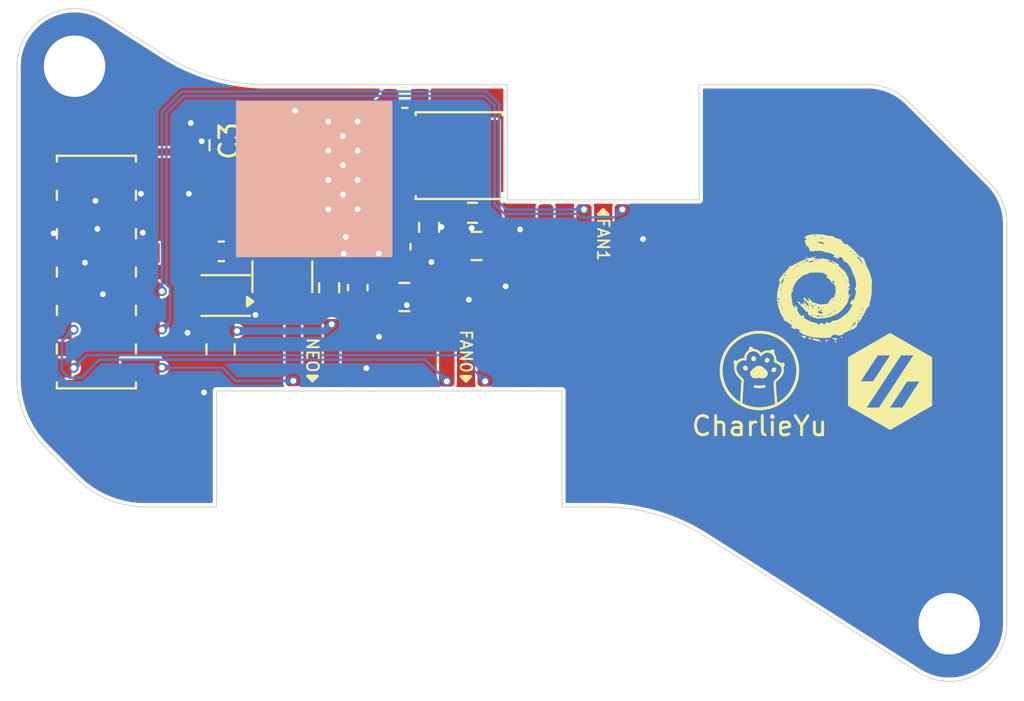
<source format=kicad_pcb>
(kicad_pcb (version 20240108) (generator "pcbnew") (generator_version "8.0")
  (title_block (title "StealthBurner CAN Fan") (date "2024-12-12") (rev "B0") (company "Lassi-Cat") (comment 1 "Author: Charlie Yu") (comment 4 "Fan board for StealthBurner"))
  (layers (0 "F.Cu" signal) (31 "B.Cu" signal) (34 "B.Paste" user) (35 "F.Paste" user) (36 "B.SilkS" user "B.Silkscreen") (37 "F.SilkS" user "F.Silkscreen") (38 "B.Mask" user) (39 "F.Mask" user) (44 "Edge.Cuts" user))
  (net 0 "")
  (net 1 "Net-(U1-SW)")
  (net 2 "+24V")
  (net 3 "+12V")
  (net 4 "/FAN0_DET")
  (net 5 "/FAN0_PWM")
  (net 6 "/FAN1_PWM")
  (net 7 "/FAN1_DET")
  (net 8 "/NEO")
  (net 9 "GND")
  (net 10 "+3V3")
  (net 13 "Net-(U1-EN)")
  (net 14 "Net-(U1-BOOT)")
  (net 15 "Net-(U1-VCC)")
  (net 16 "Net-(U1-FB)")
  (net 18 "Net-(U2-SW)")
  (net 19 "Net-(U2-VBST)")
  (net 20 "Net-(U2-EN)")
  (net 21 "Net-(U2-VFB)")
  (footprint "Resistor_SMD:R_0603_1608Metric" (layer "F.Cu") (at 165.94 78.84)
    (property "Reference" "R2" (hide yes))
    (property "Value" "100K" (hide yes))
    (pad "1" smd roundrect (at -0.825 0) (size 0.8 0.95) (layers "F.Cu" "F.Paste" "F.Mask") (net 16 "Net-(U1-FB)"))
    (pad "2" smd roundrect (at 0.825 0) (size 0.8 0.95) (layers "F.Cu" "F.Paste" "F.Mask") (net 3 "+12V"))
  )
  (footprint "Inductor_SMD:L_Sunlord_SWPA4030S" (layer "F.Cu") (at 165.24 75.86)
    (property "Reference" "L1" (hide yes))
    (property "Value" "10uH" (hide yes))
    (pad "1" smd rect (at -1.5 0) (size 1.1 3.7) (layers "F.Cu" "F.Paste" "F.Mask") (net 1 "Net-(U1-SW)"))
    (pad "2" smd rect (at 1.5 0) (size 1.1 3.7) (layers "F.Cu" "F.Paste" "F.Mask") (net 3 "+12V"))
  )
  (footprint "Resistor_SMD:R_0603_1608Metric" (layer "F.Cu") (at 163.68 79.6 -90)
    (property "Reference" "R3" (hide yes))
    (property "Value" "9.09K" (hide yes))
    (pad "1" smd roundrect (at -0.825 0 270) (size 0.8 0.95) (layers "F.Cu" "F.Paste" "F.Mask") (net 16 "Net-(U1-FB)"))
    (pad "2" smd roundrect (at 0.825 0 270) (size 0.8 0.95) (layers "F.Cu" "F.Paste" "F.Mask") (net 9 "GND"))
  )
  (footprint "MountingHole:MountingHole_3.2mm_M3_ISO14580_Pad" (layer "F.Cu") (at 145.2 71.2)
    (property "Reference" "H1" (hide yes))
    (property "Value" "M3" (hide yes))
    (pad "1" thru_hole circle (at 0 0) (size 5.5 5.5) (drill 3.2) (layers "*.Cu" "*.Mask") (net 9 "GND"))
  )
  (footprint "Library:JST_PH_B4B-PH-K_1x04_P2.00mm_SMD" (layer "F.Cu") (at 165.6 94.122727 180)
    (property "Reference" "J2" (hide yes))
    (property "Value" "FAN1" (hide yes))
    (fp_line (start -5 6) (end 5 6) (stroke (width 0.05)) (layer "Edge.Cuts"))
    (pad "1" smd roundrect (at -3 7.9756 180) (size 0.8 3.5) (layers "F.Cu" "F.Paste" "F.Mask") (net 3 "+12V"))
    (pad "2" smd roundrect (at -1 7.9756 180) (size 0.8 3.5) (layers "F.Cu" "F.Paste" "F.Mask") (net 4 "/FAN0_DET"))
    (pad "3" smd roundrect (at 1 7.9756 180) (size 0.8 3.5) (layers "F.Cu" "F.Paste" "F.Mask") (net 5 "/FAN0_PWM"))
    (pad "4" smd roundrect (at 3 7.9756 180) (size 0.8 3.5) (layers "F.Cu" "F.Paste" "F.Mask") (net 9 "GND"))
  )
  (footprint "Package_TO_SOT_SMD:SOT-23-6" (layer "F.Cu") (at 156.03 82.17 90)
    (property "Reference" "U2" (hide yes))
    (property "Value" "TPS565208")
    (pad "1" smd roundrect (at -1.1375 -0.949999 90) (size 1.325 0.6) (layers "F.Cu" "F.Paste" "F.Mask") (net 9 "GND"))
    (pad "2" smd roundrect (at -1.1375 0 90) (size 1.325 0.6) (layers "F.Cu" "F.Paste" "F.Mask") (net 18 "Net-(U2-SW)"))
    (pad "3" smd roundrect (at -1.1375 0.949999 90) (size 1.325 0.6) (layers "F.Cu" "F.Paste" "F.Mask") (net 3 "+12V"))
    (pad "4" smd roundrect (at 1.1375 0.949999 90) (size 1.325 0.6) (layers "F.Cu" "F.Paste" "F.Mask") (net 21 "Net-(U2-VFB)"))
    (pad "5" smd roundrect (at 1.1375 0 90) (size 1.325 0.6) (layers "F.Cu" "F.Paste" "F.Mask") (net 20 "Net-(U2-EN)"))
    (pad "6" smd roundrect (at 1.1375 -0.949999 90) (size 1.325 0.6) (layers "F.Cu" "F.Paste" "F.Mask") (net 19 "Net-(U2-VBST)"))
  )
  (footprint "Capacitor_SMD:C_0603_1608Metric" (layer "F.Cu") (at 162.415 72.86)
    (property "Reference" "C1" (hide yes))
    (property "Value" "100nF" (hide yes))
    (pad "1" smd roundrect (at -0.775 0) (size 0.9 0.95) (layers "F.Cu" "F.Paste" "F.Mask") (net 14 "Net-(U1-BOOT)"))
    (pad "2" smd roundrect (at 0.775 0) (size 0.9 0.95) (layers "F.Cu" "F.Paste" "F.Mask") (net 1 "Net-(U1-SW)"))
  )
  (footprint "Capacitor_SMD:C_0603_1608Metric" (layer "F.Cu") (at 152.85 80.85 180)
    (property "Reference" "C6" (hide yes))
    (property "Value" "100nF")
    (pad "1" smd roundrect (at -0.775 0 180) (size 0.9 0.95) (layers "F.Cu" "F.Paste" "F.Mask") (net 19 "Net-(U2-VBST)"))
    (pad "2" smd roundrect (at 0.775 0 180) (size 0.9 0.95) (layers "F.Cu" "F.Paste" "F.Mask") (net 18 "Net-(U2-SW)"))
  )
  (footprint "Resistor_SMD:R_0603_1608Metric" (layer "F.Cu") (at 153.95 77.75)
    (property "Reference" "R1" (hide yes))
    (property "Value" "10K" (hide yes))
    (pad "1" smd roundrect (at -0.825 0) (size 0.8 0.95) (layers "F.Cu" "F.Paste" "F.Mask") (net 2 "+24V"))
    (pad "2" smd roundrect (at 0.825 0) (size 0.8 0.95) (layers "F.Cu" "F.Paste" "F.Mask") (net 13 "Net-(U1-EN)"))
  )
  (footprint "Resistor_SMD:R_0603_1608Metric" (layer "F.Cu") (at 159.24 79.9)
    (property "Reference" "R6" (at 0 -1.43 0) (layer "F.SilkS"))
    (property "Value" "10K")
    (pad "1" smd roundrect (at -0.825 0) (size 0.8 0.95) (layers "F.Cu" "F.Paste" "F.Mask") (net 21 "Net-(U2-VFB)"))
    (pad "2" smd roundrect (at 0.825 0) (size 0.8 0.95) (layers "F.Cu" "F.Paste" "F.Mask") (net 9 "GND"))
  )
  (footprint "Library:JST_PH_B3B-PH-K_1x03_P2.00mm_SMD" (layer "F.Cu") (at 156.6 94.122727 180)
    (property "Reference" "J3" (hide yes))
    (property "Value" "NEO" (hide yes))
    (fp_line (start -4 6) (end 4 6) (stroke (width 0.05)) (layer "Edge.Cuts"))
    (pad "1" smd roundrect (at -2 7.996 180) (size 0.8 3.5) (layers "F.Cu" "F.Paste" "F.Mask") (net 10 "+3V3"))
    (pad "2" smd roundrect (at 0 7.996 180) (size 0.8 3.5) (layers "F.Cu" "F.Paste" "F.Mask") (net 8 "/NEO"))
    (pad "3" smd roundrect (at 2 7.996 180) (size 0.8 3.5) (layers "F.Cu" "F.Paste" "F.Mask") (net 9 "GND"))
  )
  (footprint "Resistor_SMD:R_0603_1608Metric" (layer "F.Cu") (at 153.94 79.36 180)
    (property "Reference" "R5" (hide yes))
    (property "Value" "39K")
    (pad "1" smd roundrect (at -0.825 0 180) (size 0.8 0.95) (layers "F.Cu" "F.Paste" "F.Mask") (net 21 "Net-(U2-VFB)"))
    (pad "2" smd roundrect (at 0.825 0 180) (size 0.8 0.95) (layers "F.Cu" "F.Paste" "F.Mask") (net 10 "+3V3"))
  )
  (footprint "Inductor_SMD:L_Murata_DFE201610P" (layer "F.Cu") (at 153.08 83.15 180)
    (property "Reference" "L2" (hide yes))
    (property "Value" "2.2uH")
    (pad "1" smd rect (at -0.724999 0 180) (size 0.55 1.6) (layers "F.Cu" "F.Paste" "F.Mask") (net 18 "Net-(U2-SW)"))
    (pad "2" smd rect (at 0.724999 0 180) (size 0.55 1.6) (layers "F.Cu" "F.Paste" "F.Mask") (net 10 "+3V3"))
  )
  (footprint "Logos:Progynova" (layer "F.Cu") (at 184.28 82.74)
    (property "Reference" "REF**" (hide yes))
    (property "Value" "LOGO" (hide yes))
  )
  (footprint "Capacitor_SMD:C_0603_1608Metric" (layer "F.Cu") (at 159.96 82.74 90)
    (property "Reference" "C8" (hide yes))
    (property "Value" "100nF")
    (pad "1" smd roundrect (at -0.775 0 90) (size 0.9 0.95) (layers "F.Cu" "F.Paste" "F.Mask") (net 3 "+12V"))
    (pad "2" smd roundrect (at 0.775 0 90) (size 0.9 0.95) (layers "F.Cu" "F.Paste" "F.Mask") (net 9 "GND"))
  )
  (footprint "Resistor_SMD:R_0603_1608Metric" (layer "F.Cu") (at 158.47 82.745 90)
    (property "Reference" "R4" (hide yes))
    (property "Value" "10K")
    (pad "1" smd roundrect (at -0.825 0 90) (size 0.8 0.95) (layers "F.Cu" "F.Paste" "F.Mask") (net 3 "+12V"))
    (pad "2" smd roundrect (at 0.825 0 90) (size 0.8 0.95) (layers "F.Cu" "F.Paste" "F.Mask") (net 20 "Net-(U2-EN)"))
  )
  (footprint "Capacitor_SMD:C_0805_2012Metric" (layer "F.Cu") (at 152.81 85.95 -90)
    (property "Reference" "C9" (hide yes))
    (property "Value" "22uF")
    (pad "1" smd roundrect (at -0.949999 0 270) (size 1 1.45) (layers "F.Cu" "F.Paste" "F.Mask") (net 10 "+3V3"))
    (pad "2" smd roundrect (at 0.949999 0 270) (size 1 1.45) (layers "F.Cu" "F.Paste" "F.Mask") (net 9 "GND"))
  )
  (footprint "Library:JST_PH_B4B-PH-K_1x04_P2.00mm_SMD" (layer "F.Cu") (at 172.75 72.164)
    (property "Reference" "J1" (hide yes))
    (property "Value" "FAN0" (hide yes))
    (fp_line (start -5 6) (end 5 6) (stroke (width 0.05)) (layer "Edge.Cuts"))
    (pad "1" smd roundrect (at -3 7.9756) (size 0.8 3.5) (layers "F.Cu" "F.Paste" "F.Mask") (net 3 "+12V"))
    (pad "2" smd roundrect (at -1 7.9756) (size 0.8 3.5) (layers "F.Cu" "F.Paste" "F.Mask") (net 7 "/FAN1_DET"))
    (pad "3" smd roundrect (at 1 7.9756) (size 0.8 3.5) (layers "F.Cu" "F.Paste" "F.Mask") (net 6 "/FAN1_PWM"))
    (pad "4" smd roundrect (at 3 7.9756) (size 0.8 3.5) (layers "F.Cu" "F.Paste" "F.Mask") (net 9 "GND"))
  )
  (footprint "Logos:Voron_Logo_Hex" (layer "F.Cu") (at 187.7 87.63)
    (property "Reference" "REF**" (hide yes))
    (property "Value" "Voron Hex" (hide yes))
  )
  (footprint "Library:PinSocket_2x06_P2.00mm_Vertical_SMD" (layer "F.Cu") (at 146.341 81.929 180)
    (property "Reference" "J4" (hide yes))
    (property "Value" "MAIN" (hide yes))
    (pad "1" smd rect (at 2.3 -5 180) (size 2 1) (layers "F.Cu" "F.Paste" "F.Mask") (net 4 "/FAN0_DET"))
    (pad "2" smd rect (at -2.3 -5 180) (size 2 1) (layers "F.Cu" "F.Paste" "F.Mask") (net 8 "/NEO"))
    (pad "3" smd rect (at 2.3 -3 180) (size 2 1) (layers "F.Cu" "F.Paste" "F.Mask") (net 5 "/FAN0_PWM"))
    (pad "4" smd rect (at -2.3 -3 180) (size 2 1) (layers "F.Cu" "F.Paste" "F.Mask") (net 6 "/FAN1_PWM"))
    (pad "5" smd rect (at 2.3 -1 180) (size 2 1) (layers "F.Cu" "F.Paste" "F.Mask"))
    (pad "6" smd rect (at -2.3 -1 180) (size 2 1) (layers "F.Cu" "F.Paste" "F.Mask") (net 7 "/FAN1_DET"))
    (pad "7" smd rect (at 2.3 1 180) (size 2 1) (layers "F.Cu" "F.Paste" "F.Mask"))
    (pad "8" smd rect (at -2.3 1 180) (size 2 1) (layers "F.Cu" "F.Paste" "F.Mask"))
    (pad "9" smd rect (at 2.3 3 180) (size 2 1) (layers "F.Cu" "F.Paste" "F.Mask") (net 9 "GND"))
    (pad "10" smd rect (at -2.3 3 180) (size 2 1) (layers "F.Cu" "F.Paste" "F.Mask") (net 9 "GND"))
    (pad "11" smd rect (at 2.3 5 180) (size 2 1) (layers "F.Cu" "F.Paste" "F.Mask") (net 2 "+24V"))
    (pad "12" smd rect (at -2.3 5 180) (size 2 1) (layers "F.Cu" "F.Paste" "F.Mask") (net 9 "GND"))
  )
  (footprint "MountingHole:MountingHole_3.2mm_M3_ISO14580_Pad" (layer "F.Cu") (at 190.78 100.258)
    (property "Reference" "H2" (hide yes))
    (property "Value" "M3" (hide yes))
    (pad "1" thru_hole circle (at 0 0) (size 5.5 5.5) (drill 3.2) (layers "*.Cu" "*.Mask") (net 9 "GND"))
  )
  (footprint "Capacitor_SMD:C_0805_2012Metric" (layer "F.Cu") (at 166.150001 80.57 180)
    (property "Reference" "C4" (hide yes))
    (property "Value" "22uF")
    (pad "1" smd roundrect (at -0.949999 0 180) (size 1 1.45) (layers "F.Cu" "F.Paste" "F.Mask") (net 3 "+12V"))
    (pad "2" smd roundrect (at 0.949999 0 180) (size 1 1.45) (layers "F.Cu" "F.Paste" "F.Mask") (net 9 "GND"))
  )
  (footprint "Capacitor_SMD:C_0805_2012Metric" (layer "F.Cu") (at 162.39 83.23)
    (property "Reference" "C7" (hide yes))
    (property "Value" "10uF")
    (pad "1" smd roundrect (at -0.949999 0) (size 1 1.45) (layers "F.Cu" "F.Paste" "F.Mask") (net 3 "+12V"))
    (pad "2" smd roundrect (at 0.949999 0) (size 1 1.45) (layers "F.Cu" "F.Paste" "F.Mask") (net 9 "GND"))
  )
  (footprint "Logos:charlieyu" (layer "F.Cu") (at 180.9 87.06)
    (property "Reference" "RFF**" (hide yes))
    (property "Value" "CharlieYu" (hide yes))
    (fp_text user "CharlieYu" (at 0 2.31 0) (layer "F.SilkS") (effects (justify top)))
  )
  (footprint "Capacitor_SMD:C_0805_2012Metric" (layer "F.Cu") (at 152.97 75.32 90)
    (property "Reference" "C2" (hide yes))
    (property "Value" "4.7uF" (hide yes))
    (pad "1" smd roundrect (at -0.95 0 90) (size 1 1.45) (layers "F.Cu" "F.Paste" "F.Mask") (net 2 "+24V"))
    (pad "2" smd roundrect (at 0.95 0 90) (size 1 1.45) (layers "F.Cu" "F.Paste" "F.Mask") (net 9 "GND"))
  )
  (footprint "Capacitor_SMD:C_0603_1608Metric" (layer "F.Cu") (at 162.2 80.61 -90)
    (property "Reference" "C5" (hide yes))
    (property "Value" "1uF")
    (pad "1" smd roundrect (at -0.775 0 270) (size 0.9 0.95) (layers "F.Cu" "F.Paste" "F.Mask") (net 15 "Net-(U1-VCC)"))
    (pad "2" smd roundrect (at 0.775 0 270) (size 0.9 0.95) (layers "F.Cu" "F.Paste" "F.Mask") (net 9 "GND"))
  )
  (footprint "Capacitor_SMD:C_0603_1608Metric" (layer "F.Cu") (at 154.69 75.095 90)
    (property "Reference" "C3" (at 0 -1.43 90) (layer "F.SilkS"))
    (property "Value" "220nF")
    (pad "1" smd roundrect (at -0.775 0 90) (size 0.9 0.95) (layers "F.Cu" "F.Paste" "F.Mask") (net 2 "+24V"))
    (pad "2" smd roundrect (at 0.775 0 90) (size 0.9 0.95) (layers "F.Cu" "F.Paste" "F.Mask") (net 9 "GND"))
  )
  (footprint "Package_SO:Texas_HSOP-8-1EP_3.9x4.9mm_P1.27mm" (layer "F.Cu") (at 159.19 76.365)
    (property "Reference" "U1" (hide yes))
    (property "Value" "LMR33610BDDAR" (hide yes))
    (pad "1" smd rect (at -2.7 -1.905) (size 1.55 0.6) (layers "F.Cu" "F.Paste" "F.Mask") (net 9 "GND"))
    (pad "2" smd rect (at -2.7 -0.635) (size 1.55 0.6) (layers "F.Cu" "F.Paste" "F.Mask") (net 2 "+24V"))
    (pad "3" smd rect (at -2.7 0.635) (size 1.55 0.6) (layers "F.Cu" "F.Paste" "F.Mask") (net 13 "Net-(U1-EN)"))
    (pad "4" smd rect (at -2.7 1.905) (size 1.55 0.6) (layers "F.Cu" "F.Paste" "F.Mask"))
    (pad "5" smd rect (at 2.7 1.905) (size 1.55 0.6) (layers "F.Cu" "F.Paste" "F.Mask") (net 16 "Net-(U1-FB)"))
    (pad "6" smd rect (at 2.7 0.635) (size 1.55 0.6) (layers "F.Cu" "F.Paste" "F.Mask") (net 15 "Net-(U1-VCC)"))
    (pad "7" smd rect (at 2.7 -0.635) (size 1.55 0.6) (layers "F.Cu" "F.Paste" "F.Mask") (net 14 "Net-(U1-BOOT)"))
    (pad "8" smd rect (at 2.7 -1.905) (size 1.55 0.6) (layers "F.Cu" "F.Paste" "F.Mask") (net 1 "Net-(U1-SW)"))
    (pad "9" smd rect (at 0 0) (size 2.95 4.9) (layers "F.Cu") (net 9 "GND"))
  )
  (gr_rect (start 153.69 73.08) (end 161.69 81.08) (stroke (width 0.15)) (fill solid) (layer "B.SilkS"))
  (gr_poly (pts (xy 157.854001 87.346) (xy 157.6 87.6) (xy 157.345999 87.346)) (stroke (width 0.15)) (fill solid) (layer "F.SilkS"))
  (gr_poly (pts (xy 165.854001 87.3664) (xy 165.6 87.6204) (xy 165.345999 87.3664)) (stroke (width 0.15)) (fill solid) (layer "F.SilkS"))
  (gr_poly (pts (xy 172.495999 78.920327) (xy 172.75 78.666327) (xy 173.004001 78.920327)) (stroke (width 0.15)) (fill solid) (layer "F.SilkS"))
  (gr_line (start 170.6 88.122727) (end 170.6 94.164009) (stroke (width 0.05)) (layer "Edge.Cuts"))
  (gr_line (start 143.663788 91.041777) (end 145.322689 92.701679) (stroke (width 0.05)) (layer "Edge.Cuts"))
  (gr_line (start 193.78 100.222238) (end 193.78 79.352514) (stroke (width 0.05)) (layer "Edge.Cuts"))
  (gr_line (start 177.75017 72.16402) (end 186.551112 72.16402) (stroke (width 0.05)) (layer "Edge.Cuts"))
  (gr_line (start 142.20001 87.5063) (end 142.20001 71.199957) (stroke (width 0.05)) (layer "Edge.Cuts"))
  (gr_arc (start 155.21 72.164) (mid 152.410034 71.76401) (end 149.834204 70.59613) (stroke (width 0.05)) (layer "Edge.Cuts"))
  (gr_line (start 178.09989 95.731789) (end 189.168235 102.788009) (stroke (width 0.05)) (layer "Edge.Cuts"))
  (gr_arc (start 192.869312 77.252319) (mid 193.552383 78.25877) (end 193.78 79.352514) (stroke (width 0.05)) (layer "Edge.Cuts"))
  (gr_line (start 177.75017 78.16402) (end 177.75017 72.16402) (stroke (width 0.05)) (layer "Edge.Cuts"))
  (gr_line (start 148.8586 94.164) (end 152.6 94.164) (stroke (width 0.05)) (layer "Edge.Cuts"))
  (gr_arc (start 143.663788 91.041777) (mid 142.581855 89.423134) (end 142.199971 87.5063) (stroke (width 0.05)) (layer "Edge.Cuts"))
  (gr_line (start 167.75 72.164) (end 167.75 78.164) (stroke (width 0.05)) (layer "Edge.Cuts"))
  (gr_arc (start 142.20001 71.199957) (mid 143.752476 68.572018) (end 146.803565 68.663985) (stroke (width 0.05)) (layer "Edge.Cuts"))
  (gr_arc (start 172.724235 94.164009) (mid 175.524039 94.563952) (end 178.09989 95.731789) (stroke (width 0.05)) (layer "Edge.Cuts"))
  (gr_arc (start 148.8586 94.164) (mid 146.944306 93.783536) (end 145.322689 92.701679) (stroke (width 0.05)) (layer "Edge.Cuts"))
  (gr_line (start 152.6 88.122727) (end 152.6 94.164) (stroke (width 0.05)) (layer "Edge.Cuts"))
  (gr_line (start 149.834204 70.59613) (end 146.803565 68.663985) (stroke (width 0.05)) (layer "Edge.Cuts"))
  (gr_arc (start 186.551112 72.16402) (mid 187.692183 72.39457) (end 188.659 73.043) (stroke (width 0.05)) (layer "Edge.Cuts"))
  (gr_line (start 155.21 72.164) (end 167.75 72.164) (stroke (width 0.05)) (layer "Edge.Cuts"))
  (gr_line (start 170.6 94.164009) (end 172.724235 94.164009) (stroke (width 0.05)) (layer "Edge.Cuts"))
  (gr_line (start 192.869312 77.252319) (end 188.659 73.043) (stroke (width 0.05)) (layer "Edge.Cuts"))
  (gr_arc (start 193.78 100.222238) (mid 192.239152 102.88021) (end 189.168235 102.788009) (stroke (width 0.05)) (layer "Edge.Cuts"))
  (gr_text "NEO" (at 157.6 87.219 270) (layer "F.SilkS") (effects (font (size 0.6 0.6) (thickness 0.1) (bold yes)) (justify right)))
  (gr_text "FAN1" (at 172.75 79.047327 -90) (layer "F.SilkS") (effects (font (size 0.6 0.6) (thickness 0.1) (bold yes)) (justify left)))
  (gr_text "FAN0" (at 165.6 87.2394 270) (layer "F.SilkS") (effects (font (size 0.6 0.6) (thickness 0.1) (bold yes)) (justify right)))
  (segment (start 145.491 76.929) (end 146.75 75.67) (width 0.381) (layer "F.Cu") (net 2))
  (segment (start 146.75 75.67) (end 150.57 75.67) (width 0.381) (layer "F.Cu") (net 2))
  (segment (start 151.17 76.27) (end 152.97 76.27) (width 0.381) (layer "F.Cu") (net 2))
  (segment (start 144.041 76.929) (end 145.491 76.929) (width 0.381) (layer "F.Cu") (net 2))
  (segment (start 150.57 75.67) (end 151.17 76.27) (width 0.381) (layer "F.Cu") (net 2))
  (segment (start 167.1 80.57) (end 169.75 80.57) (width 0.381) (layer "F.Cu") (net 3))
  (segment (start 165.4571 82.2129) (end 167.1 80.57) (width 0.381) (layer "F.Cu") (net 3))
  (segment (start 161.440001 83.23) (end 162.457101 82.2129) (width 0.381) (layer "F.Cu") (net 3))
  (segment (start 168.6 83.4) (end 169.75 82.25) (width 0.381) (layer "F.Cu") (net 3))
  (segment (start 168.6 86.147127) (end 168.6 83.4) (width 0.381) (layer "F.Cu") (net 3))
  (segment (start 169.75 82.25) (end 169.75 80.1396) (width 0.381) (layer "F.Cu") (net 3))
  (segment (start 162.457101 82.2129) (end 165.4571 82.2129) (width 0.381) (layer "F.Cu") (net 3))
  (segment (start 144.041 86.929) (end 145.159 86.929) (width 0.127) (layer "F.Cu") (net 4))
  (via (at 145.159 86.929) (size 0.5) (drill 0.3) (layers "F.Cu" "B.Cu") (net 4))
  (via (at 166.6 87.6204) (size 0.5) (drill 0.3) (layers "F.Cu" "B.Cu") (net 4))
  (segment (start 145.159 86.929) (end 145.8227 86.2653) (width 0.127) (layer "B.Cu") (net 4))
  (segment (start 165.2449 86.2653) (end 166.6 87.6204) (width 0.127) (layer "B.Cu") (net 4))
  (segment (start 145.8227 86.2653) (end 165.2449 86.2653) (width 0.127) (layer "B.Cu") (net 4))
  (segment (start 144.041 84.929) (end 145.159 84.929) (width 0.127) (layer "F.Cu") (net 5))
  (via (at 145.159 84.929) (size 0.5) (drill 0.3) (layers "F.Cu" "B.Cu") (net 5))
  (via (at 164.6 87.6204) (size 0.5) (drill 0.3) (layers "F.Cu" "B.Cu") (net 5))
  (segment (start 163.4735 86.4939) (end 164.6 87.6204) (width 0.127) (layer "B.Cu") (net 5))
  (segment (start 145.159 84.929) (end 144.54 85.548) (width 0.127) (layer "B.Cu") (net 5))
  (segment (start 144.54 87.05) (end 144.92 87.43) (width 0.127) (layer "B.Cu") (net 5))
  (segment (start 145.56 87.43) (end 146.4961 86.4939) (width 0.127) (layer "B.Cu") (net 5))
  (segment (start 146.4961 86.4939) (end 163.4735 86.4939) (width 0.127) (layer "B.Cu") (net 5))
  (segment (start 144.54 85.548) (end 144.54 87.05) (width 0.127) (layer "B.Cu") (net 5))
  (segment (start 144.92 87.43) (end 145.56 87.43) (width 0.127) (layer "B.Cu") (net 5))
  (segment (start 148.641 84.929) (end 149.759 84.929) (width 0.127) (layer "F.Cu") (net 6))
  (via (at 149.759 84.929) (size 0.5) (drill 0.3) (layers "F.Cu" "B.Cu") (net 6))
  (via (at 173.75 78.666327) (size 0.5) (drill 0.3) (layers "F.Cu" "B.Cu") (net 6))
  (segment (start 171.391559 78.894927) (end 171.578059 79.081427) (width 0.127) (layer "B.Cu") (net 6))
  (segment (start 149.9876 73.65569) (end 150.89469 72.7486) (width 0.127) (layer "B.Cu") (net 6))
  (segment (start 167.601637 78.894927) (end 171.391559 78.894927) (width 0.127) (layer "B.Cu") (net 6))
  (segment (start 167.1014 73.26469) (end 167.1014 78.39469) (width 0.127) (layer "B.Cu") (net 6))
  (segment (start 171.578059 79.081427) (end 173.3349 79.081427) (width 0.127) (layer "B.Cu") (net 6))
  (segment (start 150.1741 82.757059) (end 149.9876 82.570559) (width 0.127) (layer "B.Cu") (net 6))
  (segment (start 167.1014 78.39469) (end 167.601637 78.894927) (width 0.127) (layer "B.Cu") (net 6))
  (segment (start 150.89469 72.7486) (end 166.58531 72.7486) (width 0.127) (layer "B.Cu") (net 6))
  (segment (start 149.759 84.929) (end 150.1741 84.5139) (width 0.127) (layer "B.Cu") (net 6))
  (segment (start 173.3349 79.081427) (end 173.75 78.666327) (width 0.127) (layer "B.Cu") (net 6))
  (segment (start 149.9876 82.570559) (end 149.9876 73.65569) (width 0.127) (layer "B.Cu") (net 6))
  (segment (start 150.1741 84.5139) (end 150.1741 82.757059) (width 0.127) (layer "B.Cu") (net 6))
  (segment (start 166.58531 72.7486) (end 167.1014 73.26469) (width 0.127) (layer "B.Cu") (net 6))
  (segment (start 148.641 82.929) (end 149.759 82.929) (width 0.127) (layer "F.Cu") (net 7))
  (via (at 171.75 78.666327) (size 0.5) (drill 0.3) (layers "F.Cu" "B.Cu") (net 7))
  (via (at 149.759 82.929) (size 0.5) (drill 0.3) (layers "F.Cu" "B.Cu") (net 7))
  (segment (start 149.759 82.929) (end 149.759 73.561) (width 0.127) (layer "B.Cu") (net 7))
  (segment (start 150.8 72.52) (end 166.68 72.52) (width 0.127) (layer "B.Cu") (net 7))
  (segment (start 167.33 73.17) (end 167.33 78.3) (width 0.127) (layer "B.Cu") (net 7))
  (segment (start 166.68 72.52) (end 167.33 73.17) (width 0.127) (layer "B.Cu") (net 7))
  (segment (start 167.33 78.3) (end 167.696327 78.666327) (width 0.127) (layer "B.Cu") (net 7))
  (segment (start 167.696327 78.666327) (end 171.75 78.666327) (width 0.127) (layer "B.Cu") (net 7))
  (segment (start 149.759 73.561) (end 150.8 72.52) (width 0.127) (layer "B.Cu") (net 7))
  (segment (start 148.641 86.909) (end 149.759 86.909) (width 0.127) (layer "F.Cu") (net 8))
  (via (at 149.759 86.909) (size 0.5) (drill 0.3) (layers "F.Cu" "B.Cu") (net 8))
  (via (at 156.6 87.6) (size 0.5) (drill 0.3) (layers "F.Cu" "B.Cu") (net 8))
  (segment (start 149.759 86.909) (end 152.909 86.909) (width 0.127) (layer "B.Cu") (net 8))
  (segment (start 153.6 87.6) (end 156.6 87.6) (width 0.127) (layer "B.Cu") (net 8))
  (segment (start 152.909 86.909) (end 153.6 87.6) (width 0.127) (layer "B.Cu") (net 8))
  (via (at 145.74 81.44) (size 0.5) (drill 0.3) (layers "F.Cu" "B.Cu") (net 9))
  (via (at 159.22 80.97) (size 0.5) (drill 0.3) (layers "F.Cu" "B.Cu") (net 9))
  (via (at 151.16 77.85) (size 0.5) (drill 0.3) (layers "F.Cu" "B.Cu") (net 9))
  (via (at 162.52 83.65) (size 0.5) (drill 0.3) (layers "F.Cu" "B.Cu") (net 9))
  (via (at 159.952 74.079) (size 0.5) (drill 0.3) (layers "F.Cu" "B.Cu") (net 9))
  (via (at 158.428 74.079) (size 0.5) (drill 0.3) (layers "F.Cu" "B.Cu") (net 9))
  (via (at 159.952 77.127) (size 0.5) (drill 0.3) (layers "F.Cu" "B.Cu") (net 9))
  (via (at 156.69 73.52) (size 0.5) (drill 0.3) (layers "F.Cu" "B.Cu") (net 9))
  (via (at 158.428 77.127) (size 0.5) (drill 0.3) (layers "F.Cu" "B.Cu") (net 9))
  (via (at 168.42 79.71) (size 0.5) (drill 0.3) (layers "F.Cu" "B.Cu") (net 9))
  (via (at 174.83 80.21) (size 0.5) (drill 0.3) (layers "F.Cu" "B.Cu") (net 9))
  (via (at 159.19 77.889) (size 0.5) (drill 0.3) (layers "F.Cu" "B.Cu") (net 9))
  (via (at 165.9 79.64) (size 0.5) (drill 0.3) (layers "F.Cu" "B.Cu") (net 9))
  (via (at 160.41 86.94) (size 0.5) (drill 0.3) (layers "F.Cu" "B.Cu") (net 9))
  (via (at 146.39 79.68) (size 0.5) (drill 0.3) (layers "F.Cu" "B.Cu") (net 9))
  (via (at 146.29 78.22) (size 0.5) (drill 0.3) (layers "F.Cu" "B.Cu") (net 9))
  (via (at 148.76 79.88) (size 0.5) (drill 0.3) (layers "F.Cu" "B.Cu") (net 9))
  (via (at 151.95 88.2) (size 0.5) (drill 0.3) (layers "F.Cu" "B.Cu") (net 9))
  (via (at 159.952 78.651) (size 0.5) (drill 0.3) (layers "F.Cu" "B.Cu") (net 9))
  (via (at 151.09 85.09) (size 0.5) (drill 0.3) (layers "F.Cu" "B.Cu") (net 9))
  (via (at 159.19 76.365) (size 0.5) (drill 0.3) (layers "F.Cu" "B.Cu") (net 9))
  (via (at 163.8 81.41) (size 0.5) (drill 0.3) (layers "F.Cu" "B.Cu") (net 9))
  (via (at 151.83 75.11) (size 0.5) (drill 0.3) (layers "F.Cu" "B.Cu") (net 9))
  (via (at 164.32 79.58) (size 0.5) (drill 0.3) (layers "F.Cu" "B.Cu") (net 9))
  (via (at 148.66 77.85) (size 0.5) (drill 0.3) (layers "F.Cu" "B.Cu") (net 9))
  (via (at 159.19 74.841) (size 0.5) (drill 0.3) (layers "F.Cu" "B.Cu") (net 9))
  (via (at 161.07 85.3) (size 0.5) (drill 0.3) (layers "F.Cu" "B.Cu") (net 9))
  (via (at 158.428 78.651) (size 0.5) (drill 0.3) (layers "F.Cu" "B.Cu") (net 9))
  (via (at 159.952 75.603) (size 0.5) (drill 0.3) (layers "F.Cu" "B.Cu") (net 9))
  (via (at 146.68 83.08) (size 0.5) (drill 0.3) (layers "F.Cu" "B.Cu") (net 9))
  (via (at 154.63 84.16) (size 0.5) (drill 0.3) (layers "F.Cu" "B.Cu") (net 9))
  (via (at 151.26 74.16) (size 0.5) (drill 0.3) (layers "F.Cu" "B.Cu") (net 9))
  (via (at 159.34 80.1) (size 0.5) (drill 0.3) (layers "F.Cu" "B.Cu") (net 9))
  (via (at 161.05 80.96) (size 0.5) (drill 0.3) (layers "F.Cu" "B.Cu") (net 9))
  (via (at 165.75 83.37) (size 0.5) (drill 0.3) (layers "F.Cu" "B.Cu") (net 9))
  (via (at 158.428 75.603) (size 0.5) (drill 0.3) (layers "F.Cu" "B.Cu") (net 9))
  (via (at 144.11 79.91) (size 0.5) (drill 0.3) (layers "F.Cu" "B.Cu") (net 9))
  (via (at 167.67 82.67) (size 0.5) (drill 0.3) (layers "F.Cu" "B.Cu") (net 9))
  (segment (start 151.91 79.36) (end 153.115 79.36) (width 0.381) (layer "F.Cu") (net 10))
  (segment (start 152.355001 82.342525) (end 151.3329 81.320424) (width 0.381) (layer "F.Cu") (net 10))
  (segment (start 152.81 85.000001) (end 153.669999 85.000001) (width 0.381) (layer "F.Cu") (net 10))
  (segment (start 151.3329 81.320424) (end 151.3329 79.9371) (width 0.381) (layer "F.Cu") (net 10))
  (segment (start 151.3329 79.9371) (end 151.91 79.36) (width 0.381) (layer "F.Cu") (net 10))
  (segment (start 152.355001 83.15) (end 152.355001 82.342525) (width 0.381) (layer "F.Cu") (net 10))
  (via (at 158.6 84.65) (size 0.5) (drill 0.3) (layers "F.Cu" "B.Cu") (net 10))
  (via (at 153.669999 85.000001) (size 0.5) (drill 0.3) (layers "F.Cu" "B.Cu") (net 10))
  (segment (start 158.249999 85.000001) (end 158.6 84.65) (width 0.381) (layer "B.Cu") (net 10))
  (segment (start 153.669999 85.000001) (end 158.249999 85.000001) (width 0.381) (layer "B.Cu") (net 10))
  (segment (start 155.525 77) (end 154.775 77.75) (width 0.2032) (layer "F.Cu") (net 13))
  (segment (start 156.49 77) (end 155.525 77) (width 0.2032) (layer "F.Cu") (net 13))
  (segment (start 161.21 75.73) (end 160.9118 75.4318) (width 0.2032) (layer "F.Cu") (net 14))
  (segment (start 161.18 72.86) (end 161.64 72.86) (width 0.2032) (layer "F.Cu") (net 14))
  (segment (start 160.9118 75.4318) (end 160.9118 73.1282) (width 0.2032) (layer "F.Cu") (net 14))
  (segment (start 161.89 75.73) (end 161.21 75.73) (width 0.2032) (layer "F.Cu") (net 14))
  (segment (start 160.9118 73.1282) (end 161.18 72.86) (width 0.2032) (layer "F.Cu") (net 14))
  (segment (start 162.2 79.835) (end 161.525 79.835) (width 0.2032) (layer "F.Cu") (net 15))
  (segment (start 160.9118 77.2982) (end 161.21 77) (width 0.2032) (layer "F.Cu") (net 15))
  (segment (start 161.21 77) (end 161.89 77) (width 0.2032) (layer "F.Cu") (net 15))
  (segment (start 161.525 79.835) (end 160.9118 79.2218) (width 0.2032) (layer "F.Cu") (net 15))
  (segment (start 160.9118 79.2218) (end 160.9118 77.2982) (width 0.2032) (layer "F.Cu") (net 15))
  (segment (start 161.89 78.27) (end 162.67 78.27) (width 0.254) (layer "F.Cu") (net 16))
  (segment (start 162.67 78.27) (end 163.175 78.775) (width 0.254) (layer "F.Cu") (net 16))
  (segment (start 163.175 78.775) (end 163.68 78.775) (width 0.254) (layer "F.Cu") (net 16))
  (segment (start 165.115 78.84) (end 163.745 78.84) (width 0.254) (layer "F.Cu") (net 16))
  (segment (start 153.015 81.79) (end 153.56 81.79) (width 0.2032) (layer "F.Cu") (net 18))
  (segment (start 152.075 80.85) (end 153.015 81.79) (width 0.2032) (layer "F.Cu") (net 18))
  (segment (start 153.804999 82.034999) (end 153.804999 83.15) (width 0.2032) (layer "F.Cu") (net 18))
  (segment (start 153.56 81.79) (end 153.804999 82.034999) (width 0.2032) (layer "F.Cu") (net 18))
  (segment (start 154.24 80.85) (end 154.4225 81.0325) (width 0.2032) (layer "F.Cu") (net 19))
  (segment (start 154.4225 81.0325) (end 155.080001 81.0325) (width 0.2032) (layer "F.Cu") (net 19))
  (segment (start 153.625 80.85) (end 154.24 80.85) (width 0.2032) (layer "F.Cu") (net 19))
  (segment (start 156.03 81.694999) (end 156.255001 81.92) (width 0.127) (layer "F.Cu") (net 20))
  (segment (start 156.03 81.0325) (end 156.03 81.694999) (width 0.127) (layer "F.Cu") (net 20))
  (segment (start 156.255001 81.92) (end 158.47 81.92) (width 0.127) (layer "F.Cu") (net 20))
  (segment (start 156.049998 79.36) (end 156.979999 80.290001) (width 0.2032) (layer "F.Cu") (net 21))
  (segment (start 154.765 79.36) (end 156.049998 79.36) (width 0.2032) (layer "F.Cu") (net 21))
  (segment (start 157.37 79.9) (end 158.415 79.9) (width 0.2032) (layer "F.Cu") (net 21))
  (segment (start 156.979999 80.290001) (end 157.37 79.9) (width 0.2032) (layer "F.Cu") (net 21))
  (segment (start 156.979999 81.0325) (end 156.979999 80.290001) (width 0.2032) (layer "F.Cu") (net 21))
  (zone (net 3) (net_name "+12V") (layer "F.Cu") (name "+12V") (priority 10) (connect_pads yes (clearance 0.127)) (min_thickness 0.127) (fill yes (thermal_gap 0.5) (thermal_bridge_width 0.5))
    (polygon (pts (xy 156.679999 82.645) (xy 156.679999 83.97) (xy 158.945 83.97) (xy 161.940001 83.955) (xy 161.940001 82.505)))
  )
  (zone (net 18) (net_name "Net-(U2-SW)") (layer "F.Cu") (name "SW") (priority 10) (connect_pads yes (clearance 0.127)) (min_thickness 0.127) (fill yes (thermal_gap 0.5) (thermal_bridge_width 0.5))
    (polygon (pts (xy 156.33 83.97) (xy 156.33 82.505) (xy 155.660001 81.835) (xy 153.995 81.835) (xy 153.529999 82.300001) (xy 153.529999 83.95) (xy 154.137501 83.95) (xy 154.780001 83.3075) (xy 155.5 83.3075) (xy 155.5 83.97)))
  )
  (zone (net 1) (net_name "Net-(U1-SW)") (layer "F.Cu") (name "SW") (priority 10) (connect_pads yes (clearance 0.127)) (min_thickness 0.127) (fill yes (thermal_gap 0.5) (thermal_bridge_width 0.5))
    (polygon (pts (xy 161.115 74.16) (xy 162.74 73.335) (xy 162.74 72.385) (xy 163.64 72.385) (xy 163.64 73.335) (xy 164.29 74.01) (xy 164.29 77.71) (xy 163.19 77.71) (xy 162.665 74.76) (xy 161.115 74.76)))
  )
  (zone (net 10) (net_name "+3V3") (layer "F.Cu") (name "+3V3") (priority 10) (connect_pads yes (clearance 0.127)) (min_thickness 0.127) (fill yes (thermal_gap 0.5) (thermal_bridge_width 0.5))
    (polygon (pts (xy 152.080001 82.35) (xy 152.080001 85.500001) (xy 153.535 85.500001) (xy 153.535 84.434999) (xy 153.050001 83.95) (xy 152.630001 83.95) (xy 152.630001 82.35)))
  )
  (zone (net 3) (net_name "+12V") (layer "F.Cu") (name "+12V") (priority 10) (connect_pads yes (clearance 0.127)) (min_thickness 0.127) (fill yes (thermal_gap 0.5) (thermal_bridge_width 0.5))
    (polygon (pts (xy 166.19 74.01) (xy 166.19 77.71) (xy 166.6 81.295) (xy 167.6 81.295) (xy 167.6 79.845) (xy 167.29 77.71) (xy 167.29 74.01)))
  )
  (zone (net 2) (net_name "+24V") (layer "F.Cu") (name "+24V") (priority 10) (connect_pads yes (clearance 0.127)) (min_thickness 0.127) (fill yes (thermal_gap 0.5) (thermal_bridge_width 0.5))
    (polygon (pts (xy 157.265 75.43) (xy 155.715 75.43) (xy 155.165 75.42) (xy 154.215 75.42) (xy 152.245 75.77) (xy 152.245 76.77) (xy 152.725 78.225) (xy 153.525 78.225) (xy 154.215 76.32) (xy 155.165 76.32) (xy 157.265 76.03)))
  )
  (zone (net 9) (net_name "GND") (layers "F&B.Cu") (name "GND") (connect_pads yes (clearance 0.127)) (min_thickness 0.127) (fill yes (thermal_gap 0.5) (thermal_bridge_width 0.5))
    (polygon (pts (xy 141.5 67.75) (xy 141.5 104.3) (xy 194.7 104.3) (xy 194.7 67.75)))
  )
)
</source>
